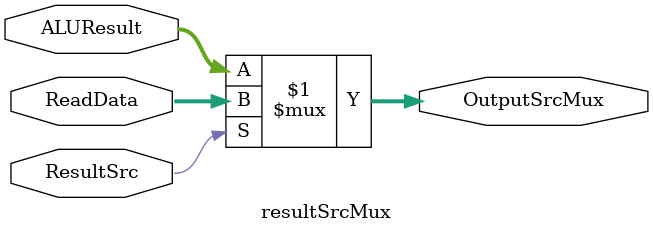
<source format=sv>
module resultSrcMux #(
    parameter Data_Width = 32
) (
    //Interface signals
    input logic [Data_Width-1:0] ALUResult,
    input logic [Data_Width-1:0] ReadData,
    input logic ResultSrc,
    output logic [Data_Width-1:0] OutputSrcMux
);

assign OutputSrcMux = (ResultSrc) ? ReadData:ALUResult;
//so MuxSelect ? Output if mux select 1:Output if mux select 0

endmodule


</source>
